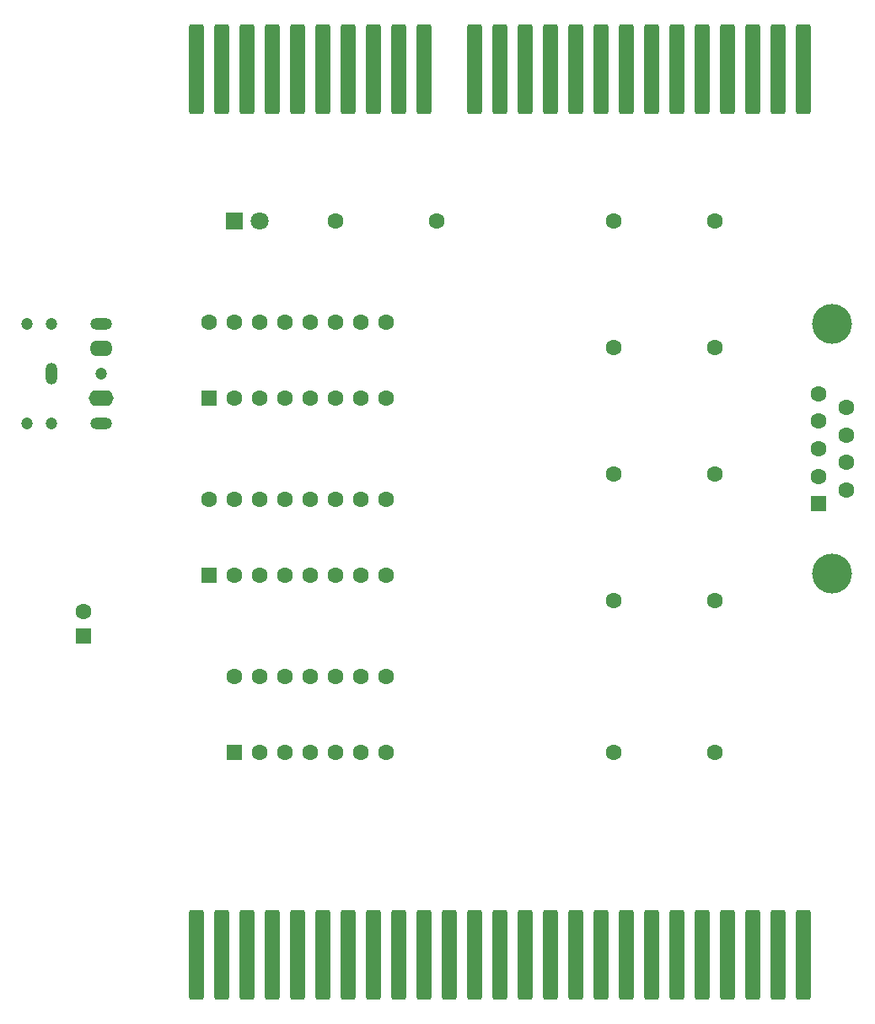
<source format=gts>
%TF.GenerationSoftware,KiCad,Pcbnew,9.0.4-1.fc42*%
%TF.CreationDate,2025-09-05T17:11:52+08:00*%
%TF.ProjectId,STICKLEBACK,53544943-4b4c-4454-9241-434b2e6b6963,rev?*%
%TF.SameCoordinates,Original*%
%TF.FileFunction,Soldermask,Top*%
%TF.FilePolarity,Negative*%
%FSLAX46Y46*%
G04 Gerber Fmt 4.6, Leading zero omitted, Abs format (unit mm)*
G04 Created by KiCad (PCBNEW 9.0.4-1.fc42) date 2025-09-05 17:11:52*
%MOMM*%
%LPD*%
G01*
G04 APERTURE LIST*
G04 Aperture macros list*
%AMRoundRect*
0 Rectangle with rounded corners*
0 $1 Rounding radius*
0 $2 $3 $4 $5 $6 $7 $8 $9 X,Y pos of 4 corners*
0 Add a 4 corners polygon primitive as box body*
4,1,4,$2,$3,$4,$5,$6,$7,$8,$9,$2,$3,0*
0 Add four circle primitives for the rounded corners*
1,1,$1+$1,$2,$3*
1,1,$1+$1,$4,$5*
1,1,$1+$1,$6,$7*
1,1,$1+$1,$8,$9*
0 Add four rect primitives between the rounded corners*
20,1,$1+$1,$2,$3,$4,$5,0*
20,1,$1+$1,$4,$5,$6,$7,0*
20,1,$1+$1,$6,$7,$8,$9,0*
20,1,$1+$1,$8,$9,$2,$3,0*%
G04 Aperture macros list end*
%ADD10RoundRect,0.225000X-0.525000X4.275000X-0.525000X-4.275000X0.525000X-4.275000X0.525000X4.275000X0*%
%ADD11C,1.600000*%
%ADD12RoundRect,0.250000X0.550000X-0.550000X0.550000X0.550000X-0.550000X0.550000X-0.550000X-0.550000X0*%
%ADD13C,1.200000*%
%ADD14O,2.200000X1.200000*%
%ADD15O,2.300000X1.600000*%
%ADD16O,1.200000X2.200000*%
%ADD17O,2.500000X1.600000*%
%ADD18C,4.000000*%
%ADD19R,1.600000X1.600000*%
%ADD20R,1.800000X1.800000*%
%ADD21C,1.800000*%
G04 APERTURE END LIST*
D10*
X158750000Y-134620000D03*
X156210000Y-134620000D03*
X153670000Y-134620000D03*
X151130000Y-134620000D03*
X148590000Y-134620000D03*
X146050000Y-134620000D03*
X143510000Y-134620000D03*
X140970000Y-134620000D03*
X138430000Y-134620000D03*
X135890000Y-134620000D03*
X133350000Y-134620000D03*
X130810000Y-134620000D03*
X128270000Y-134620000D03*
X125730000Y-134620000D03*
X123190000Y-134620000D03*
X120650000Y-134620000D03*
X118110000Y-134620000D03*
X115570000Y-134620000D03*
X113030000Y-134620000D03*
X110490000Y-134620000D03*
X107950000Y-134620000D03*
X105410000Y-134620000D03*
X102870000Y-134620000D03*
X100330000Y-134620000D03*
X97790000Y-134620000D03*
X158750000Y-45720000D03*
X156210000Y-45720000D03*
X153670000Y-45720000D03*
X151130000Y-45720000D03*
X148590000Y-45720000D03*
X146050000Y-45720000D03*
X143510000Y-45720000D03*
X140970000Y-45720000D03*
X138430000Y-45720000D03*
X135890000Y-45720000D03*
X133350000Y-45720000D03*
X130810000Y-45720000D03*
X128270000Y-45720000D03*
X125730000Y-45720000D03*
X120650000Y-45720000D03*
X118110000Y-45720000D03*
X115570000Y-45720000D03*
X113030000Y-45720000D03*
X110490000Y-45720000D03*
X107950000Y-45720000D03*
X105410000Y-45720000D03*
X102870000Y-45720000D03*
X100330000Y-45720000D03*
X97790000Y-45720000D03*
D11*
X139700000Y-114300000D03*
X149860000Y-114300000D03*
X139700000Y-86360000D03*
X149860000Y-86360000D03*
D12*
X99060000Y-78740000D03*
D11*
X101600000Y-78740000D03*
X104140000Y-78740000D03*
X106680000Y-78740000D03*
X109220000Y-78740000D03*
X111760000Y-78740000D03*
X114300000Y-78740000D03*
X116840000Y-78740000D03*
X116840000Y-71120000D03*
X114300000Y-71120000D03*
X111760000Y-71120000D03*
X109220000Y-71120000D03*
X106680000Y-71120000D03*
X104140000Y-71120000D03*
X101600000Y-71120000D03*
X99060000Y-71120000D03*
D13*
X83259500Y-71280000D03*
X80759500Y-71280000D03*
X88259500Y-76280000D03*
X83259500Y-81280000D03*
X80759500Y-81280000D03*
D14*
X88259500Y-71280000D03*
D15*
X88259500Y-73780000D03*
D16*
X83259500Y-76280000D03*
D14*
X88259500Y-81280000D03*
D17*
X88259500Y-78780000D03*
D11*
X139700000Y-60960000D03*
X149860000Y-60960000D03*
X139700000Y-73660000D03*
X149860000Y-73660000D03*
D12*
X99060000Y-96520000D03*
D11*
X101600000Y-96520000D03*
X104140000Y-96520000D03*
X106680000Y-96520000D03*
X109220000Y-96520000D03*
X111760000Y-96520000D03*
X114300000Y-96520000D03*
X116840000Y-96520000D03*
X116840000Y-88900000D03*
X114300000Y-88900000D03*
X111760000Y-88900000D03*
X109220000Y-88900000D03*
X106680000Y-88900000D03*
X104140000Y-88900000D03*
X101600000Y-88900000D03*
X99060000Y-88900000D03*
D12*
X86465622Y-102642990D03*
D11*
X86465622Y-100142990D03*
X121920000Y-60960000D03*
X111760000Y-60960000D03*
X139700000Y-99060000D03*
X149860000Y-99060000D03*
D18*
X161672500Y-96320000D03*
X161672500Y-71320000D03*
D19*
X160252500Y-89360000D03*
D11*
X160252500Y-86590000D03*
X160252500Y-83820000D03*
X160252500Y-81050000D03*
X160252500Y-78280000D03*
X163092500Y-87975000D03*
X163092500Y-85205000D03*
X163092500Y-82435000D03*
X163092500Y-79665000D03*
D20*
X101600000Y-60960000D03*
D21*
X104140000Y-60960000D03*
D12*
X101600000Y-114300000D03*
D11*
X104140000Y-114300000D03*
X106680000Y-114300000D03*
X109220000Y-114300000D03*
X111760000Y-114300000D03*
X114300000Y-114300000D03*
X116840000Y-114300000D03*
X116840000Y-106680000D03*
X114300000Y-106680000D03*
X111760000Y-106680000D03*
X109220000Y-106680000D03*
X106680000Y-106680000D03*
X104140000Y-106680000D03*
X101600000Y-106680000D03*
M02*

</source>
